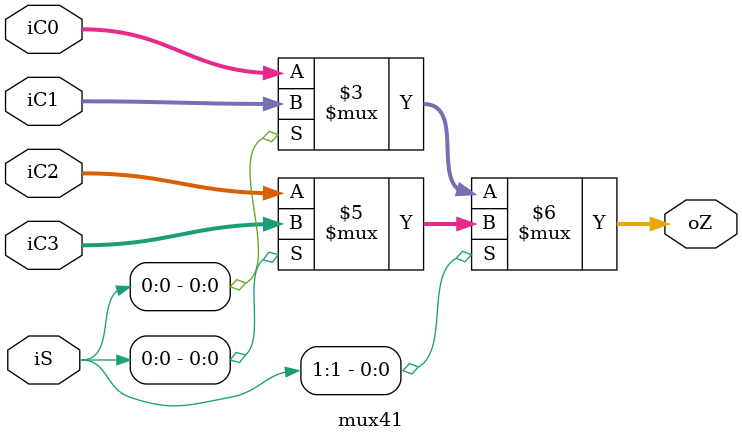
<source format=v>
module mux41(
input [31:0] iC0, 
input [31:0] iC1, 
input [31:0] iC2,
input [31:0] iC3,
input [1:0] iS,
output [31:0]oZ
);
 assign oZ=iS[1]==0?(iS[0]==0?iC0:iC1):(iS[0]==0?iC2:iC3);
endmodule
</source>
